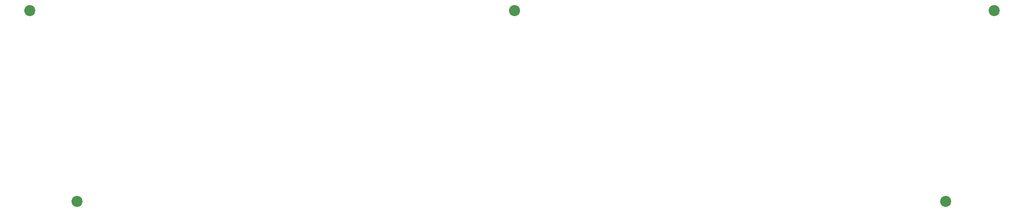
<source format=gts>
G04 #@! TF.GenerationSoftware,KiCad,Pcbnew,(6.0.1)*
G04 #@! TF.CreationDate,2022-12-02T16:12:10+01:00*
G04 #@! TF.ProjectId,plateA,706c6174-6541-42e6-9b69-6361645f7063,rev?*
G04 #@! TF.SameCoordinates,Original*
G04 #@! TF.FileFunction,Soldermask,Top*
G04 #@! TF.FilePolarity,Negative*
%FSLAX46Y46*%
G04 Gerber Fmt 4.6, Leading zero omitted, Abs format (unit mm)*
G04 Created by KiCad (PCBNEW (6.0.1)) date 2022-12-02 16:12:10*
%MOMM*%
%LPD*%
G01*
G04 APERTURE LIST*
%ADD10C,2.200000*%
G04 APERTURE END LIST*
D10*
X243812250Y-73025000D03*
X61384250Y-111125000D03*
X51990250Y-73025000D03*
X148431250Y-73025000D03*
X234156250Y-111125000D03*
M02*

</source>
